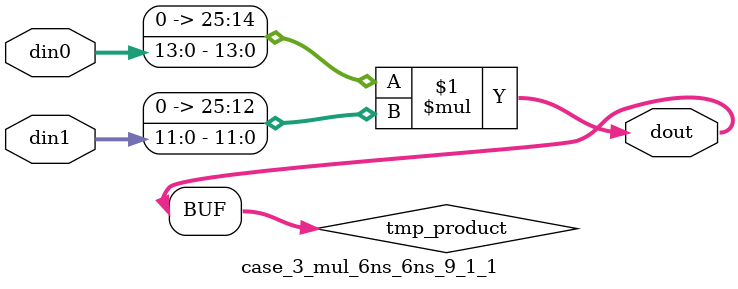
<source format=v>

`timescale 1 ns / 1 ps

 (* use_dsp = "no" *)  module case_3_mul_6ns_6ns_9_1_1(din0, din1, dout);
parameter ID = 1;
parameter NUM_STAGE = 0;
parameter din0_WIDTH = 14;
parameter din1_WIDTH = 12;
parameter dout_WIDTH = 26;

input [din0_WIDTH - 1 : 0] din0; 
input [din1_WIDTH - 1 : 0] din1; 
output [dout_WIDTH - 1 : 0] dout;

wire signed [dout_WIDTH - 1 : 0] tmp_product;
























assign tmp_product = $signed({1'b0, din0}) * $signed({1'b0, din1});











assign dout = tmp_product;





















endmodule

</source>
